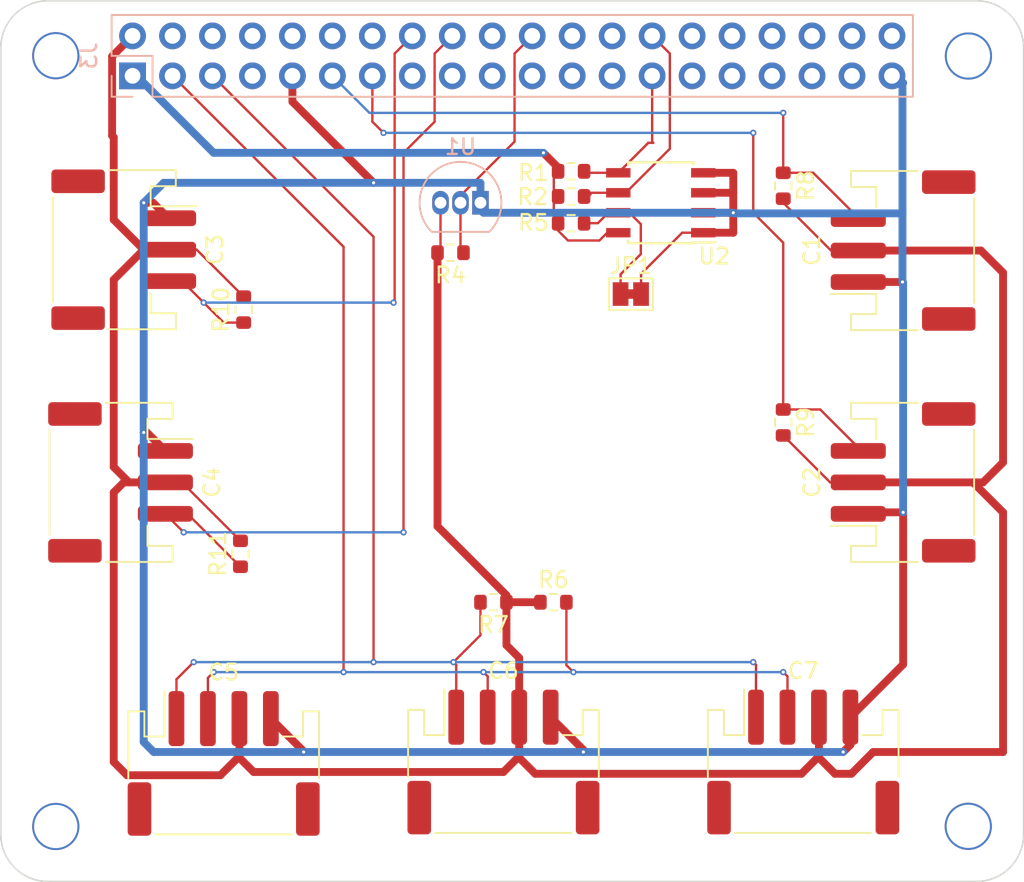
<source format=kicad_pcb>
(kicad_pcb (version 20211014) (generator pcbnew)
  (layers (0 "F.Cu" signal) (31 "B.Cu" signal) (34 "B.Paste" user) (35 "F.Paste" user) (36 "B.SilkS" user "B.Silkscreen") (37 "F.SilkS" user "F.Silkscreen") (38 "B.Mask" user) (39 "F.Mask" user) (44 "Edge.Cuts" user))
  (net 0 "")
  (net 1 "GND")
  (net 2 "+3V3")
  (net 3 "+5V")
  (net 20 "ID_SD_EEPROM")
  (net 21 "ID_SC_EEPROM")
  (net 22 "SCL")
  (net 23 "SDA")
  (net 24 "TEMP1_OWB")
  (net 25 "TEMP2_OWB")
  (net 26 "GC_TEMP_OWB")
  (net 27 "AMB_TEMP_OWB")
  (net 28 "HEAT1")
  (net 29 "COOL1")
  (net 30 "ONB_TEMP_OWB")
  (net 31 "HEAT2")
  (net 32 "COOL2")
  (net 33 "Net-(R5-Pad2)")
  (footprint "project_footprints:NPTH_3mm_ID" (layer "F.Cu") (at 82.04 64.31)
    (fp_text reference "H1" (at 0.06 0.09) (layer "F.SilkS"))
    (fp_text value "3mm_Mounting_Hole" hide)
    (pad "" np_thru_hole circle locked (at 0 0) (size 3 3) (drill 2.75) (layers *.Cu *.Mask) (clearance 1.6))
  )
  (footprint "project_footprints:NPTH_3mm_ID" (layer "F.Cu") (at 140.04 64.33)
    (fp_text reference "H3" (at 0.06 0.09) (layer "F.SilkS"))
    (fp_text value "3mm_Mounting_Hole" hide)
    (pad "" np_thru_hole circle locked (at 0 0) (size 3 3) (drill 2.75) (layers *.Cu *.Mask) (clearance 1.6))
  )
  (footprint "project_footprints:NPTH_3mm_ID" (layer "F.Cu") (at 82.04 113.32)
    (fp_text reference "H2" (at 0.06 0.09) (layer "F.SilkS"))
    (fp_text value "3mm_Mounting_Hole" hide)
    (pad "" np_thru_hole circle locked (at 0 0) (size 3 3) (drill 2.75) (layers *.Cu *.Mask) (clearance 1.6))
  )
  (footprint "project_footprints:NPTH_3mm_ID" (layer "F.Cu") (at 140.03 113.31)
    (fp_text reference "H4" (at 0.06 0.09) (layer "F.SilkS"))
    (fp_text value "3mm_Mounting_Hole" hide)
    (pad "" np_thru_hole circle locked (at 0 0) (size 3 3) (drill 2.75) (layers *.Cu *.Mask) (clearance 1.6))
  )
  (footprint "Resistor_SMD:R_0603_1608Metric" (layer "F.Cu") (at 114.79 74.96)
    (fp_text reference "R5" (at -2.395 -0.03) (layer "F.SilkS"))
    (fp_text value "10K")
    (fp_line (start -0.237258 0.5225) (end 0.237258 0.5225) (layer "F.SilkS") (width 0.12))
    (fp_line (start -0.237258 -0.5225) (end 0.237258 -0.5225) (layer "F.SilkS") (width 0.12))
    (pad "1" smd roundrect locked (at -0.825 0) (size 0.8 0.95) (layers "F.Cu" "F.Paste" "F.Mask") (net 2 "+3V3"))
    (pad "2" smd roundrect locked (at 0.825 0) (size 0.8 0.95) (layers "F.Cu" "F.Paste" "F.Mask") (net 33 "Net-(R5-Pad2)"))
  )
  (footprint "Resistor_SMD:R_0603_1608Metric" (layer "F.Cu") (at 114.79 73.26)
    (fp_text reference "R2" (at -2.440232 0.024955) (layer "F.SilkS"))
    (fp_text value "3.9K")
    (fp_line (start -0.237258 -0.5225) (end 0.237258 -0.5225) (layer "F.SilkS") (width 0.12))
    (fp_line (start -0.237258 0.5225) (end 0.237258 0.5225) (layer "F.SilkS") (width 0.12))
    (pad "1" smd roundrect locked (at -0.825 0) (size 0.8 0.95) (layers "F.Cu" "F.Paste" "F.Mask") (net 2 "+3V3"))
    (pad "2" smd roundrect locked (at 0.825 0) (size 0.8 0.95) (layers "F.Cu" "F.Paste" "F.Mask") (net 21 "ID_SC_EEPROM"))
  )
  (footprint "Package_SOIC:SOIC-8_3.9x4.9mm_P1.27mm" (layer "F.Cu") (at 120.49 73.66 180)
    (fp_text reference "U2" (at -3.4 -3.4 180) (layer "F.SilkS"))
    (fp_text value "CAT24C32")
    (fp_line (start 2.075 -2.575) (end 2.075 -2.43) (layer "F.SilkS") (width 0.15))
    (fp_line (start -2.075 2.575) (end 2.075 2.575) (layer "F.SilkS") (width 0.15))
    (fp_line (start -2.075 -2.525) (end -3.475 -2.525) (layer "F.SilkS") (width 0.15))
    (fp_line (start -2.075 -2.575) (end -2.075 -2.525) (layer "F.SilkS") (width 0.15))
    (fp_line (start -2.075 2.575) (end -2.075 2.43) (layer "F.SilkS") (width 0.15))
    (fp_line (start -2.075 -2.575) (end 2.075 -2.575) (layer "F.SilkS") (width 0.15))
    (fp_line (start 2.075 2.575) (end 2.075 2.43) (layer "F.SilkS") (width 0.15))
    (pad "1" smd rect locked (at -2.7 -1.905 180) (size 1.55 0.6) (layers "F.Cu" "F.Paste" "F.Mask") (net 1 "GND"))
    (pad "2" smd rect locked (at -2.7 -0.635 180) (size 1.55 0.6) (layers "F.Cu" "F.Paste" "F.Mask") (net 1 "GND"))
    (pad "3" smd rect locked (at -2.7 0.635 180) (size 1.55 0.6) (layers "F.Cu" "F.Paste" "F.Mask") (net 1 "GND"))
    (pad "4" smd rect locked (at -2.7 1.905 180) (size 1.55 0.6) (layers "F.Cu" "F.Paste" "F.Mask") (net 1 "GND"))
    (pad "5" smd rect locked (at 2.7 1.905 180) (size 1.55 0.6) (layers "F.Cu" "F.Paste" "F.Mask") (net 20 "ID_SD_EEPROM"))
    (pad "6" smd rect locked (at 2.7 0.635 180) (size 1.55 0.6) (layers "F.Cu" "F.Paste" "F.Mask") (net 21 "ID_SC_EEPROM"))
    (pad "7" smd rect locked (at 2.7 -0.635 180) (size 1.55 0.6) (layers "F.Cu" "F.Paste" "F.Mask") (net 33 "Net-(R5-Pad2)"))
    (pad "8" smd rect locked (at 2.7 -1.905 180) (size 1.55 0.6) (layers "F.Cu" "F.Paste" "F.Mask") (net 2 "+3V3"))
  )
  (footprint "Resistor_SMD:R_0603_1608Metric" (layer "F.Cu") (at 114.79 71.66)
    (fp_text reference "R1" (at -2.395 0.095) (layer "F.SilkS"))
    (fp_text value "3.9K")
    (fp_line (start -0.237258 -0.5225) (end 0.237258 -0.5225) (layer "F.SilkS") (width 0.12))
    (fp_line (start -0.237258 0.5225) (end 0.237258 0.5225) (layer "F.SilkS") (width 0.12))
    (pad "1" smd roundrect locked (at -0.825 0) (size 0.8 0.95) (layers "F.Cu" "F.Paste" "F.Mask") (net 2 "+3V3"))
    (pad "2" smd roundrect locked (at 0.825 0) (size 0.8 0.95) (layers "F.Cu" "F.Paste" "F.Mask") (net 20 "ID_SD_EEPROM"))
  )
  (footprint "Resistor_SMD:R_0603_1608Metric" (layer "F.Cu") (at 113.665 99.06)
    (fp_text reference "R6" (at 0 -1.43) (layer "F.SilkS"))
    (fp_text value "3.9K")
    (fp_line (start -0.237258 -0.5225) (end 0.237258 -0.5225) (layer "F.SilkS") (width 0.12))
    (fp_line (start -0.237258 0.5225) (end 0.237258 0.5225) (layer "F.SilkS") (width 0.12))
    (pad "1" smd roundrect locked (at -0.825 0) (size 0.8 0.95) (layers "F.Cu" "F.Paste" "F.Mask") (net 3 "+5V"))
    (pad "2" smd roundrect locked (at 0.825 0) (size 0.8 0.95) (layers "F.Cu" "F.Paste" "F.Mask") (net 23 "SDA"))
  )
  (footprint "Connector_JST:JST_PH_S3B-PH-SM4-TB_1x03-1MP_P2.00mm_Horizontal" (layer "F.Cu") (at 135.89 76.698643 90)
    (fp_text reference "C1" (at 0 -5.8 90) (layer "F.SilkS"))
    (fp_text value "TEMP1")
    (fp_line (start 4.04 -1.71) (end 2.76 -1.71) (layer "F.SilkS") (width 0.12))
    (fp_line (start -2.76 -1.71) (end -2.76 -4.6) (layer "F.SilkS") (width 0.12))
    (fp_line (start -4.04 -3.31) (end -4.04 -1.71) (layer "F.SilkS") (width 0.12))
    (fp_line (start -5.06 0.94) (end -5.06 -3.31) (layer "F.SilkS") (width 0.12))
    (fp_line (start -5.06 -3.31) (end -4.04 -3.31) (layer "F.SilkS") (width 0.12))
    (fp_line (start 5.06 0.94) (end 5.06 -3.31) (layer "F.SilkS") (width 0.12))
    (fp_line (start -4.04 -1.71) (end -2.76 -1.71) (layer "F.SilkS") (width 0.12))
    (fp_line (start 5.06 -3.31) (end 4.04 -3.31) (layer "F.SilkS") (width 0.12))
    (fp_line (start 4.04 -3.31) (end 4.04 -1.71) (layer "F.SilkS") (width 0.12))
    (fp_line (start -3.34 4.51) (end 3.34 4.51) (layer "F.SilkS") (width 0.12))
    (pad "1" smd roundrect locked (at -2 -2.85 90) (size 1 3.5) (layers "F.Cu" "F.Paste" "F.Mask") (net 1 "GND"))
    (pad "2" smd roundrect locked (at 0 -2.85 90) (size 1 3.5) (layers "F.Cu" "F.Paste" "F.Mask") (net 3 "+5V"))
    (pad "3" smd roundrect locked (at 2 -2.85 90) (size 1 3.5) (layers "F.Cu" "F.Paste" "F.Mask") (net 24 "TEMP1_OWB"))
    (pad "MP" smd roundrect locked (at 4.35 2.9 90) (size 1.5 3.4) (layers "F.Cu" "F.Paste" "F.Mask") (roundrect_rratio 0.166667))
    (pad "MP" smd roundrect locked (at -4.35 2.9 90) (size 1.5 3.4) (layers "F.Cu" "F.Paste" "F.Mask") (roundrect_rratio 0.166667))
  )
  (footprint "Resistor_SMD:R_0603_1608Metric" (layer "F.Cu") (at 107.125 76.835 180)
    (fp_text reference "R4" (at 0 -1.43) (layer "F.SilkS"))
    (fp_text value "4.7k")
    (fp_line (start -0.237258 -0.5225) (end 0.237258 -0.5225) (layer "F.SilkS") (width 0.12))
    (fp_line (start -0.237258 0.5225) (end 0.237258 0.5225) (layer "F.SilkS") (width 0.12))
    (pad "1" smd roundrect locked (at -0.825 0 180) (size 0.8 0.95) (layers "F.Cu" "F.Paste" "F.Mask") (net 30 "ONB_TEMP_OWB"))
    (pad "2" smd roundrect locked (at 0.825 0 180) (size 0.8 0.95) (layers "F.Cu" "F.Paste" "F.Mask") (net 3 "+5V"))
  )
  (footprint "Connector_JST:JST_PH_S3B-PH-SM4-TB_1x03-1MP_P2.00mm_Horizontal" (layer "F.Cu") (at 135.89 91.44 90)
    (fp_text reference "C2" (at 0 -5.8 90) (layer "F.SilkS"))
    (fp_text value "TEMP2")
    (fp_line (start 4.04 -1.71) (end 2.76 -1.71) (layer "F.SilkS") (width 0.12))
    (fp_line (start -3.34 4.51) (end 3.34 4.51) (layer "F.SilkS") (width 0.12))
    (fp_line (start 5.06 -3.31) (end 4.04 -3.31) (layer "F.SilkS") (width 0.12))
    (fp_line (start -4.04 -1.71) (end -2.76 -1.71) (layer "F.SilkS") (width 0.12))
    (fp_line (start 5.06 0.94) (end 5.06 -3.31) (layer "F.SilkS") (width 0.12))
    (fp_line (start 4.04 -3.31) (end 4.04 -1.71) (layer "F.SilkS") (width 0.12))
    (fp_line (start -5.06 0.94) (end -5.06 -3.31) (layer "F.SilkS") (width 0.12))
    (fp_line (start -2.76 -1.71) (end -2.76 -4.6) (layer "F.SilkS") (width 0.12))
    (fp_line (start -4.04 -3.31) (end -4.04 -1.71) (layer "F.SilkS") (width 0.12))
    (fp_line (start -5.06 -3.31) (end -4.04 -3.31) (layer "F.SilkS") (width 0.12))
    (pad "1" smd roundrect locked (at -2 -2.85 90) (size 1 3.5) (layers "F.Cu" "F.Paste" "F.Mask") (net 1 "GND"))
    (pad "2" smd roundrect locked (at 0 -2.85 90) (size 1 3.5) (layers "F.Cu" "F.Paste" "F.Mask") (net 3 "+5V"))
    (pad "3" smd roundrect locked (at 2 -2.85 90) (size 1 3.5) (layers "F.Cu" "F.Paste" "F.Mask") (net 25 "TEMP2_OWB"))
    (pad "MP" smd roundrect locked (at -4.35 2.9 90) (size 1.5 3.4) (layers "F.Cu" "F.Paste" "F.Mask") (roundrect_rratio 0.166667))
    (pad "MP" smd roundrect locked (at 4.35 2.9 90) (size 1.5 3.4) (layers "F.Cu" "F.Paste" "F.Mask") (roundrect_rratio 0.166667))
  )
  (footprint "Resistor_SMD:R_0603_1608Metric" (layer "F.Cu") (at 128.27 72.58 -90)
    (fp_text reference "R8" (at 0 -1.43 90) (layer "F.SilkS"))
    (fp_text value "4.7k")
    (fp_line (start -0.237258 -0.5225) (end 0.237258 -0.5225) (layer "F.SilkS") (width 0.12))
    (fp_line (start -0.237258 0.5225) (end 0.237258 0.5225) (layer "F.SilkS") (width 0.12))
    (pad "1" smd roundrect locked (at -0.825 0 270) (size 0.8 0.95) (layers "F.Cu" "F.Paste" "F.Mask") (net 24 "TEMP1_OWB"))
    (pad "2" smd roundrect locked (at 0.825 0 270) (size 0.8 0.95) (layers "F.Cu" "F.Paste" "F.Mask") (net 3 "+5V"))
  )
  (footprint "Connector_JST:JST_PH_S3B-PH-SM4-TB_1x03-1MP_P2.00mm_Horizontal" (layer "F.Cu") (at 86.1575 91.44 -90)
    (fp_text reference "C4" (at 0 -5.8 90) (layer "F.SilkS"))
    (fp_text value "AMBIENT")
    (fp_line (start 4.04 -3.31) (end 4.04 -1.71) (layer "F.SilkS") (width 0.12))
    (fp_line (start 5.06 0.94) (end 5.06 -3.31) (layer "F.SilkS") (width 0.12))
    (fp_line (start -2.76 -1.71) (end -2.76 -4.6) (layer "F.SilkS") (width 0.12))
    (fp_line (start -5.06 0.94) (end -5.06 -3.31) (layer "F.SilkS") (width 0.12))
    (fp_line (start -5.06 -3.31) (end -4.04 -3.31) (layer "F.SilkS") (width 0.12))
    (fp_line (start 5.06 -3.31) (end 4.04 -3.31) (layer "F.SilkS") (width 0.12))
    (fp_line (start -4.04 -1.71) (end -2.76 -1.71) (layer "F.SilkS") (width 0.12))
    (fp_line (start 4.04 -1.71) (end 2.76 -1.71) (layer "F.SilkS") (width 0.12))
    (fp_line (start -4.04 -3.31) (end -4.04 -1.71) (layer "F.SilkS") (width 0.12))
    (fp_line (start -3.34 4.51) (end 3.34 4.51) (layer "F.SilkS") (width 0.12))
    (pad "1" smd roundrect locked (at -2 -2.85 270) (size 1 3.5) (layers "F.Cu" "F.Paste" "F.Mask") (net 1 "GND"))
    (pad "2" smd roundrect locked (at 0 -2.85 270) (size 1 3.5) (layers "F.Cu" "F.Paste" "F.Mask") (net 3 "+5V"))
    (pad "3" smd roundrect locked (at 2 -2.85 270) (size 1 3.5) (layers "F.Cu" "F.Paste" "F.Mask") (net 27 "AMB_TEMP_OWB"))
    (pad "MP" smd roundrect locked (at 4.35 2.9 270) (size 1.5 3.4) (layers "F.Cu" "F.Paste" "F.Mask") (roundrect_rratio 0.166667))
    (pad "MP" smd roundrect locked (at -4.35 2.9 270) (size 1.5 3.4) (layers "F.Cu" "F.Paste" "F.Mask") (roundrect_rratio 0.166667))
  )
  (footprint "Connector_JST:JST_PH_S4B-PH-SM4-TB_1x04-1MP_P2.00mm_Horizontal" (layer "F.Cu") (at 129.54 109.22)
    (fp_text reference "C7" (at 0 -5.8) (layer "F.SilkS"))
    (fp_text value "I2C")
    (fp_line (start -6.06 0.94) (end -6.06 -3.31) (layer "F.SilkS") (width 0.12))
    (fp_line (start -6.06 -3.31) (end -5.04 -3.31) (layer "F.SilkS") (width 0.12))
    (fp_line (start 6.06 -3.31) (end 5.04 -3.31) (layer "F.SilkS") (width 0.12))
    (fp_line (start 5.04 -1.71) (end 3.76 -1.71) (layer "F.SilkS") (width 0.12))
    (fp_line (start -4.34 4.51) (end 4.34 4.51) (layer "F.SilkS") (width 0.12))
    (fp_line (start 5.04 -3.31) (end 5.04 -1.71) (layer "F.SilkS") (width 0.12))
    (fp_line (start -5.04 -1.71) (end -3.76 -1.71) (layer "F.SilkS") (width 0.12))
    (fp_line (start -5.04 -3.31) (end -5.04 -1.71) (layer "F.SilkS") (width 0.12))
    (fp_line (start 6.06 0.94) (end 6.06 -3.31) (layer "F.SilkS") (width 0.12))
    (fp_line (start -3.76 -1.71) (end -3.76 -4.6) (layer "F.SilkS") (width 0.12))
    (pad "1" smd roundrect locked (at -3 -2.85) (size 1 3.5) (layers "F.Cu" "F.Paste" "F.Mask") (net 22 "SCL"))
    (pad "2" smd roundrect locked (at -1 -2.85) (size 1 3.5) (layers "F.Cu" "F.Paste" "F.Mask") (net 23 "SDA"))
    (pad "3" smd roundrect locked (at 1 -2.85) (size 1 3.5) (layers "F.Cu" "F.Paste" "F.Mask") (net 3 "+5V"))
    (pad "4" smd roundrect locked (at 3 -2.85) (size 1 3.5) (layers "F.Cu" "F.Paste" "F.Mask") (net 1 "GND"))
    (pad "MP" smd roundrect locked (at 5.35 2.9) (size 1.5 3.4) (layers "F.Cu" "F.Paste" "F.Mask") (roundrect_rratio 0.166667))
    (pad "MP" smd roundrect locked (at -5.35 2.9) (size 1.5 3.4) (layers "F.Cu" "F.Paste" "F.Mask") (roundrect_rratio 0.166667))
  )
  (footprint "Connector_JST:JST_PH_S3B-PH-SM4-TB_1x03-1MP_P2.00mm_Horizontal" (layer "F.Cu") (at 86.36 76.645 -90)
    (fp_text reference "C3" (at 0 -5.8 90) (layer "F.SilkS"))
    (fp_text value "GLYCOL")
    (fp_line (start 5.06 -3.31) (end 4.04 -3.31) (layer "F.SilkS") (width 0.12))
    (fp_line (start -4.04 -1.71) (end -2.76 -1.71) (layer "F.SilkS") (width 0.12))
    (fp_line (start -2.76 -1.71) (end -2.76 -4.6) (layer "F.SilkS") (width 0.12))
    (fp_line (start 4.04 -3.31) (end 4.04 -1.71) (layer "F.SilkS") (width 0.12))
    (fp_line (start 5.06 0.94) (end 5.06 -3.31) (layer "F.SilkS") (width 0.12))
    (fp_line (start -4.04 -3.31) (end -4.04 -1.71) (layer "F.SilkS") (width 0.12))
    (fp_line (start 4.04 -1.71) (end 2.76 -1.71) (layer "F.SilkS") (width 0.12))
    (fp_line (start -5.06 0.94) (end -5.06 -3.31) (layer "F.SilkS") (width 0.12))
    (fp_line (start -5.06 -3.31) (end -4.04 -3.31) (layer "F.SilkS") (width 0.12))
    (fp_line (start -3.34 4.51) (end 3.34 4.51) (layer "F.SilkS") (width 0.12))
    (pad "1" smd roundrect locked (at -2 -2.85 270) (size 1 3.5) (layers "F.Cu" "F.Paste" "F.Mask") (net 1 "GND"))
    (pad "2" smd roundrect locked (at 0 -2.85 270) (size 1 3.5) (layers "F.Cu" "F.Paste" "F.Mask") (net 3 "+5V"))
    (pad "3" smd roundrect locked (at 2 -2.85 270) (size 1 3.5) (layers "F.Cu" "F.Paste" "F.Mask") (net 26 "GC_TEMP_OWB"))
    (pad "MP" smd roundrect locked (at -4.35 2.9 270) (size 1.5 3.4) (layers "F.Cu" "F.Paste" "F.Mask") (roundrect_rratio 0.166667))
    (pad "MP" smd roundrect locked (at 4.35 2.9 270) (size 1.5 3.4) (layers "F.Cu" "F.Paste" "F.Mask") (roundrect_rratio 0.166667))
  )
  (footprint "Resistor_SMD:R_0603_1608Metric" (layer "F.Cu") (at 93.7775 95.98 90)
    (fp_text reference "R11" (at 0 -1.43 90) (layer "F.SilkS"))
    (fp_text value "4.7k")
    (fp_line (start -0.237258 -0.5225) (end 0.237258 -0.5225) (layer "F.SilkS") (width 0.12))
    (fp_line (start -0.237258 0.5225) (end 0.237258 0.5225) (layer "F.SilkS") (width 0.12))
    (pad "1" smd roundrect locked (at -0.825 0 90) (size 0.8 0.95) (layers "F.Cu" "F.Paste" "F.Mask") (net 27 "AMB_TEMP_OWB"))
    (pad "2" smd roundrect locked (at 0.825 0 90) (size 0.8 0.95) (layers "F.Cu" "F.Paste" "F.Mask") (net 3 "+5V"))
  )
  (footprint "Resistor_SMD:R_0603_1608Metric" (layer "F.Cu") (at 128.27 87.63 -90)
    (fp_text reference "R9" (at 0 -1.43 90) (layer "F.SilkS"))
    (fp_text value "4.7k")
    (fp_line (start -0.237258 0.5225) (end 0.237258 0.5225) (layer "F.SilkS") (width 0.12))
    (fp_line (start -0.237258 -0.5225) (end 0.237258 -0.5225) (layer "F.SilkS") (width 0.12))
    (pad "1" smd roundrect locked (at -0.825 0 270) (size 0.8 0.95) (layers "F.Cu" "F.Paste" "F.Mask") (net 25 "TEMP2_OWB"))
    (pad "2" smd roundrect locked (at 0.825 0 270) (size 0.8 0.95) (layers "F.Cu" "F.Paste" "F.Mask") (net 3 "+5V"))
  )
  (footprint "Connector_JST:JST_PH_S4B-PH-SM4-TB_1x04-1MP_P2.00mm_Horizontal" (layer "F.Cu") (at 110.49 109.22)
    (fp_text reference "C6" (at 0 -5.8) (layer "F.SilkS"))
    (fp_text value "I2C")
    (fp_line (start -3.76 -1.71) (end -3.76 -4.6) (layer "F.SilkS") (width 0.12))
    (fp_line (start 6.06 0.94) (end 6.06 -3.31) (layer "F.SilkS") (width 0.12))
    (fp_line (start -6.06 -3.31) (end -5.04 -3.31) (layer "F.SilkS") (width 0.12))
    (fp_line (start -5.04 -3.31) (end -5.04 -1.71) (layer "F.SilkS") (width 0.12))
    (fp_line (start -4.34 4.51) (end 4.34 4.51) (layer "F.SilkS") (width 0.12))
    (fp_line (start 6.06 -3.31) (end 5.04 -3.31) (layer "F.SilkS") (width 0.12))
    (fp_line (start 5.04 -3.31) (end 5.04 -1.71) (layer "F.SilkS") (width 0.12))
    (fp_line (start -6.06 0.94) (end -6.06 -3.31) (layer "F.SilkS") (width 0.12))
    (fp_line (start -5.04 -1.71) (end -3.76 -1.71) (layer "F.SilkS") (width 0.12))
    (fp_line (start 5.04 -1.71) (end 3.76 -1.71) (layer "F.SilkS") (width 0.12))
    (pad "1" smd roundrect locked (at -3 -2.85) (size 1 3.5) (layers "F.Cu" "F.Paste" "F.Mask") (net 22 "SCL"))
    (pad "2" smd roundrect locked (at -1 -2.85) (size 1 3.5) (layers "F.Cu" "F.Paste" "F.Mask") (net 23 "SDA"))
    (pad "3" smd roundrect locked (at 1 -2.85) (size 1 3.5) (layers "F.Cu" "F.Paste" "F.Mask") (net 3 "+5V"))
    (pad "4" smd roundrect locked (at 3 -2.85) (size 1 3.5) (layers "F.Cu" "F.Paste" "F.Mask") (net 1 "GND"))
    (pad "MP" smd roundrect locked (at 5.35 2.9) (size 1.5 3.4) (layers "F.Cu" "F.Paste" "F.Mask") (roundrect_rratio 0.166667))
    (pad "MP" smd roundrect locked (at -5.35 2.9) (size 1.5 3.4) (layers "F.Cu" "F.Paste" "F.Mask") (roundrect_rratio 0.166667))
  )
  (footprint "Connector_JST:JST_PH_S4B-PH-SM4-TB_1x04-1MP_P2.00mm_Horizontal" (layer "F.Cu") (at 92.71 109.31)
    (fp_text reference "C5" (at 0 -5.8) (layer "F.SilkS"))
    (fp_text value "I2C")
    (fp_line (start 6.06 -3.31) (end 5.04 -3.31) (layer "F.SilkS") (width 0.12))
    (fp_line (start -5.04 -3.31) (end -5.04 -1.71) (layer "F.SilkS") (width 0.12))
    (fp_line (start 6.06 0.94) (end 6.06 -3.31) (layer "F.SilkS") (width 0.12))
    (fp_line (start -5.04 -1.71) (end -3.76 -1.71) (layer "F.SilkS") (width 0.12))
    (fp_line (start -4.34 4.51) (end 4.34 4.51) (layer "F.SilkS") (width 0.12))
    (fp_line (start -6.06 -3.31) (end -5.04 -3.31) (layer "F.SilkS") (width 0.12))
    (fp_line (start -3.76 -1.71) (end -3.76 -4.6) (layer "F.SilkS") (width 0.12))
    (fp_line (start 5.04 -3.31) (end 5.04 -1.71) (layer "F.SilkS") (width 0.12))
    (fp_line (start 5.04 -1.71) (end 3.76 -1.71) (layer "F.SilkS") (width 0.12))
    (fp_line (start -6.06 0.94) (end -6.06 -3.31) (layer "F.SilkS") (width 0.12))
    (pad "1" smd roundrect locked (at -3 -2.85) (size 1 3.5) (layers "F.Cu" "F.Paste" "F.Mask") (net 22 "SCL"))
    (pad "2" smd roundrect locked (at -1 -2.85) (size 1 3.5) (layers "F.Cu" "F.Paste" "F.Mask") (net 23 "SDA"))
    (pad "3" smd roundrect locked (at 1 -2.85) (size 1 3.5) (layers "F.Cu" "F.Paste" "F.Mask") (net 3 "+5V"))
    (pad "4" smd roundrect locked (at 3 -2.85) (size 1 3.5) (layers "F.Cu" "F.Paste" "F.Mask") (net 1 "GND"))
    (pad "MP" smd roundrect locked (at 5.35 2.9) (size 1.5 3.4) (layers "F.Cu" "F.Paste" "F.Mask") (roundrect_rratio 0.166667))
    (pad "MP" smd roundrect locked (at -5.35 2.9) (size 1.5 3.4) (layers "F.Cu" "F.Paste" "F.Mask") (roundrect_rratio 0.166667))
  )
  (footprint "Resistor_SMD:R_0603_1608Metric" (layer "F.Cu") (at 93.98 80.455 90)
    (fp_text reference "R10" (at 0 -1.43 90) (layer "F.SilkS"))
    (fp_text value "4.7k")
    (fp_line (start -0.237258 0.5225) (end 0.237258 0.5225) (layer "F.SilkS") (width 0.12))
    (fp_line (start -0.237258 -0.5225) (end 0.237258 -0.5225) (layer "F.SilkS") (width 0.12))
    (pad "1" smd roundrect locked (at -0.825 0 90) (size 0.8 0.95) (layers "F.Cu" "F.Paste" "F.Mask") (net 26 "GC_TEMP_OWB"))
    (pad "2" smd roundrect locked (at 0.825 0 90) (size 0.8 0.95) (layers "F.Cu" "F.Paste" "F.Mask") (net 3 "+5V"))
  )
  (footprint "Resistor_SMD:R_0603_1608Metric" (layer "F.Cu") (at 109.855 99.06 180)
    (fp_text reference "R7" (at 0 -1.43) (layer "F.SilkS"))
    (fp_text value "3.9K")
    (fp_line (start -0.237258 -0.5225) (end 0.237258 -0.5225) (layer "F.SilkS") (width 0.12))
    (fp_line (start -0.237258 0.5225) (end 0.237258 0.5225) (layer "F.SilkS") (width 0.12))
    (pad "1" smd roundrect locked (at -0.825 0 180) (size 0.8 0.95) (layers "F.Cu" "F.Paste" "F.Mask") (net 3 "+5V"))
    (pad "2" smd roundrect locked (at 0.825 0 180) (size 0.8 0.95) (layers "F.Cu" "F.Paste" "F.Mask") (net 22 "SCL"))
  )
  (footprint "Jumper:SolderJumper-2_P1.3mm_Bridged_Pad1.0x1.5mm" (layer "F.Cu") (at 118.585 79.465)
    (fp_text reference "JP1" (at 0 -1.8) (layer "F.SilkS"))
    (fp_text value "WP")
    (fp_poly (pts (xy -0.25 -0.3) (xy 0.25 -0.3) (xy 0.25 0.3) (xy -0.25 0.3)) (layer "F.Cu") (width 0) (fill solid))
    (fp_line (start 1.4 -1) (end 1.4 1) (layer "F.SilkS") (width 0.12))
    (fp_line (start -1.4 1) (end -1.4 -1) (layer "F.SilkS") (width 0.12))
    (fp_line (start -1.4 -1) (end 1.4 -1) (layer "F.SilkS") (width 0.12))
    (fp_line (start 1.4 1) (end -1.4 1) (layer "F.SilkS") (width 0.12))
    (pad "1" smd rect locked (at -0.65 0) (size 1 1.5) (layers "F.Cu" "F.Mask") (net 33 "Net-(R5-Pad2)"))
    (pad "2" smd rect locked (at 0.65 0) (size 1 1.5) (layers "F.Cu" "F.Mask") (net 1 "GND"))
  )
  (footprint "Connector_PinSocket_2.54mm:PinSocket_2x20_P2.54mm_Vertical" (layer "B.Cu") (at 86.92 65.59 -90)
    (fp_text reference "J3" (at -1.27 2.77 90) (layer "B.SilkS") (effects (justify mirror)))
    (fp_text value "40HAT")
    (fp_line (start 1.33 1.33) (end 1.33 0) (layer "B.SilkS") (width 0.12))
    (fp_line (start 1.33 -1.27) (end 1.33 -49.59) (layer "B.SilkS") (width 0.12))
    (fp_line (start -3.87 -49.59) (end 1.33 -49.59) (layer "B.SilkS") (width 0.12))
    (fp_line (start -1.27 1.33) (end -1.27 -1.27) (layer "B.SilkS") (width 0.12))
    (fp_line (start -3.87 1.33) (end -1.27 1.33) (layer "B.SilkS") (width 0.12))
    (fp_line (start -3.87 1.33) (end -3.87 -49.59) (layer "B.SilkS") (width 0.12))
    (fp_line (start 0 1.33) (end 1.33 1.33) (layer "B.SilkS") (width 0.12))
    (fp_line (start -1.27 -1.27) (end 1.33 -1.27) (layer "B.SilkS") (width 0.12))
    (pad "1" thru_hole rect locked (at 0 0 270) (size 1.7 1.7) (drill 1) (layers *.Cu *.Mask) (net 2 "+3V3"))
    (pad "2" thru_hole oval locked (at -2.54 0 270) (size 1.7 1.7) (drill 1) (layers *.Cu *.Mask) (net 3 "+5V"))
    (pad "3" thru_hole oval locked (at 0 -2.54 270) (size 1.7 1.7) (drill 1) (layers *.Cu *.Mask) (net 23 "SDA"))
    (pad "4" thru_hole oval locked (at -2.54 -2.54 270) (size 1.7 1.7) (drill 1) (layers *.Cu *.Mask) (net 3 "+5V"))
    (pad "5" thru_hole oval locked (at 0 -5.08 270) (size 1.7 1.7) (drill 1) (layers *.Cu *.Mask) (net 22 "SCL"))
    (pad "6" thru_hole oval locked (at -2.54 -5.08 270) (size 1.7 1.7) (drill 1) (layers *.Cu *.Mask) (net 1 "GND"))
    (pad "7" thru_hole oval locked (at 0 -7.62 270) (size 1.7 1.7) (drill 1) (layers *.Cu *.Mask) (net 28 "HEAT1"))
    (pad "8" thru_hole oval locked (at -2.54 -7.62 270) (size 1.7 1.7) (drill 1) (layers *.Cu *.Mask))
    (pad "9" thru_hole oval locked (at 0 -10.16 270) (size 1.7 1.7) (drill 1) (layers *.Cu *.Mask) (net 1 "GND"))
    (pad "10" thru_hole oval locked (at -2.54 -10.16 270) (size 1.7 1.7) (drill 1) (layers *.Cu *.Mask))
    (pad "11" thru_hole oval locked (at 0 -12.7 270) (size 1.7 1.7) (drill 1) (layers *.Cu *.Mask) (net 24 "TEMP1_OWB"))
    (pad "12" thru_hole oval locked (at -2.54 -12.7 270) (size 1.7 1.7) (drill 1) (layers *.Cu *.Mask))
    (pad "13" thru_hole oval locked (at 0 -15.24 270) (size 1.7 1.7) (drill 1) (layers *.Cu *.Mask) (net 25 "TEMP2_OWB"))
    (pad "14" thru_hole oval locked (at -2.54 -15.24 270) (size 1.7 1.7) (drill 1) (layers *.Cu *.Mask) (net 1 "GND"))
    (pad "15" thru_hole oval locked (at 0 -17.78 270) (size 1.7 1.7) (drill 1) (layers *.Cu *.Mask) (net 29 "COOL1"))
    (pad "16" thru_hole oval locked (at -2.54 -17.78 270) (size 1.7 1.7) (drill 1) (layers *.Cu *.Mask) (net 26 "GC_TEMP_OWB"))
    (pad "17" thru_hole oval locked (at 0 -20.32 270) (size 1.7 1.7) (drill 1) (layers *.Cu *.Mask))
    (pad "18" thru_hole oval locked (at -2.54 -20.32 270) (size 1.7 1.7) (drill 1) (layers *.Cu *.Mask) (net 27 "AMB_TEMP_OWB"))
    (pad "19" thru_hole oval locked (at 0 -22.86 270) (size 1.7 1.7) (drill 1) (layers *.Cu *.Mask))
    (pad "20" thru_hole oval locked (at -2.54 -22.86 270) (size 1.7 1.7) (drill 1) (layers *.Cu *.Mask) (net 1 "GND"))
    (pad "21" thru_hole oval locked (at 0 -25.4 270) (size 1.7 1.7) (drill 1) (layers *.Cu *.Mask))
    (pad "22" thru_hole oval locked (at -2.54 -25.4 270) (size 1.7 1.7) (drill 1) (layers *.Cu *.Mask) (net 30 "ONB_TEMP_OWB"))
    (pad "23" thru_hole oval locked (at 0 -27.94 270) (size 1.7 1.7) (drill 1) (layers *.Cu *.Mask))
    (pad "24" thru_hole oval locked (at -2.54 -27.94 270) (size 1.7 1.7) (drill 1) (layers *.Cu *.Mask))
    (pad "25" thru_hole oval locked (at 0 -30.48 270) (size 1.7 1.7) (drill 1) (layers *.Cu *.Mask) (net 1 "GND"))
    (pad "26" thru_hole oval locked (at -2.54 -30.48 270) (size 1.7 1.7) (drill 1) (layers *.Cu *.Mask))
    (pad "27" thru_hole oval locked (at 0 -33.02 270) (size 1.7 1.7) (drill 1) (layers *.Cu *.Mask) (net 20 "ID_SD_EEPROM"))
    (pad "28" thru_hole oval locked (at -2.54 -33.02 270) (size 1.7 1.7) (drill 1) (layers *.Cu *.Mask) (net 21 "ID_SC_EEPROM"))
    (pad "29" thru_hole oval locked (at 0 -35.56 270) (size 1.7 1.7) (drill 1) (layers *.Cu *.Mask))
    (pad "30" thru_hole oval locked (at -2.54 -35.56 270) (size 1.7 1.7) (drill 1) (layers *.Cu *.Mask) (net 1 "GND"))
    (pad "31" thru_hole oval locked (at 0 -38.1 270) (size 1.7 1.7) (drill 1) (layers *.Cu *.Mask) (net 31 "HEAT2"))
    (pad "32" thru_hole oval locked (at -2.54 -38.1 270) (size 1.7 1.7) (drill 1) (layers *.Cu *.Mask))
    (pad "33" thru_hole oval locked (at 0 -40.64 270) (size 1.7 1.7) (drill 1) (layers *.Cu *.Mask))
    (pad "34" thru_hole oval locked (at -2.54 -40.64 270) (size 1.7 1.7) (drill 1) (layers *.Cu *.Mask) (net 1 "GND"))
    (pad "35" thru_hole oval locked (at 0 -43.18 270) (size 1.7 1.7) (drill 1) (layers *.Cu *.Mask))
    (pad "36" thru_hole oval locked (at -2.54 -43.18 270) (size 1.7 1.7) (drill 1) (layers *.Cu *.Mask))
    (pad "37" thru_hole oval locked (at 0 -45.72 270) (size 1.7 1.7) (drill 1) (layers *.Cu *.Mask) (net 32 "COOL2"))
    (pad "38" thru_hole oval locked (at -2.54 -45.72 270) (size 1.7 1.7) (drill 1) (layers *.Cu *.Mask))
    (pad "39" thru_hole oval locked (at 0 -48.26 270) (size 1.7 1.7) (drill 1) (layers *.Cu *.Mask) (net 1 "GND"))
    (pad "40" thru_hole oval locked (at -2.54 -48.26 270) (size 1.7 1.7) (drill 1) (layers *.Cu *.Mask))
  )
  (footprint "Package_TO_SOT_THT:TO-92_Inline" (layer "B.Cu") (at 109.03 73.66 180)
    (fp_text reference "U1" (at 1.27 3.56) (layer "B.SilkS") (effects (justify mirror)))
    (fp_text value "DS18B20")
    (fp_line (start -0.53 -1.85) (end 3.07 -1.85) (layer "B.SilkS") (width 0.12))
    (fp_arc (start 3.108478 -1.838478) (mid 3.672087 0.994977) (end 1.27 2.6) (layer "B.SilkS") (width 0.12))
    (fp_arc (start 1.27 2.6) (mid -1.132087 0.994977) (end -0.568478 -1.838478) (layer "B.SilkS") (width 0.12))
    (pad "1" thru_hole rect locked (at 0 0 180) (size 1.05 1.5) (drill 0.75) (layers *.Cu *.Mask) (net 1 "GND"))
    (pad "2" thru_hole oval locked (at 1.27 0 180) (size 1.05 1.5) (drill 0.75) (layers *.Cu *.Mask) (net 30 "ONB_TEMP_OWB"))
    (pad "3" thru_hole oval locked (at 2.54 0 180) (size 1.05 1.5) (drill 0.75) (layers *.Cu *.Mask) (net 3 "+5V"))
  )
  (gr_line (start 143.546356 113.817611) (end 143.546356 63.817611) (layer "Edge.Cuts") (width 0.1))
  (gr_line (start 78.546356 63.817611) (end 78.546356 113.817611) (layer "Edge.Cuts") (width 0.1))
  (gr_arc (start 143.546351 113.822847) (mid 142.665824 115.940781) (end 140.546356 116.817611) (layer "Edge.Cuts") (width 0.1))
  (gr_line (start 140.546356 60.817611) (end 81.546356 60.817611) (layer "Edge.Cuts") (width 0.1))
  (gr_line (start 81.546356 116.817611) (end 140.546356 116.817611) (layer "Edge.Cuts") (width 0.1))
  (gr_arc (start 140.546356 60.817611) (mid 142.667676 61.696291) (end 143.546356 63.817611) (layer "Edge.Cuts") (width 0.1))
  (gr_arc (start 78.546356 63.817611) (mid 79.425036 61.696291) (end 81.546356 60.817611) (layer "Edge.Cuts") (width 0.1))
  (gr_arc (start 81.546356 116.817611) (mid 79.425036 115.938931) (end 78.546356 113.817611) (layer "Edge.Cuts") (width 0.1))
  (segment (start 133.135 93.345) (end 133.04 93.44) (width 0.5) (layer "F.Cu") (net 1))
  (segment (start 125.095 75.565) (end 123.19 75.565) (width 0.5) (layer "F.Cu") (net 1))
  (segment (start 125.095 71.755) (end 125.095 73.025) (width 0.5) (layer "F.Cu") (net 1))
  (segment (start 88.225 73.66) (end 89.21 74.645) (width 0.5) (layer "F.Cu") (net 1))
  (segment (start 135.89 93.345) (end 133.135 93.345) (width 0.5) (layer "F.Cu") (net 1))
  (segment (start 97.08 67.235) (end 102.235 72.39) (width 0.5) (layer "F.Cu") (net 1))
  (segment (start 132.54 108.125) (end 132.08 108.585) (width 0.5) (layer "F.Cu") (net 1))
  (segment (start 115.57 108.45) (end 113.49 106.37) (width 0.5) (layer "F.Cu") (net 1))
  (segment (start 125.095 73.025) (end 123.19 73.025) (width 0.5) (layer "F.Cu") (net 1))
  (segment (start 97.08 65.59) (end 97.08 67.235) (width 0.5) (layer "F.Cu") (net 1))
  (segment (start 123.19 71.755) (end 125.095 71.755) (width 0.5) (layer "F.Cu") (net 1))
  (segment (start 119.235 78.18) (end 119.235 79.465) (width 0.15) (layer "F.Cu") (net 1))
  (segment (start 121.85 75.565) (end 119.235 78.18) (width 0.15) (layer "F.Cu") (net 1))
  (segment (start 115.57 108.585) (end 115.57 108.45) (width 0.5) (layer "F.Cu") (net 1))
  (segment (start 133.04 78.698643) (end 135.848643 78.698643) (width 0.5) (layer "F.Cu") (net 1))
  (segment (start 87.63 88.265) (end 87.8325 88.265) (width 0.5) (layer "F.Cu") (net 1))
  (segment (start 97.79 108.585) (end 97.79 108.54) (width 0.5) (layer "F.Cu") (net 1))
  (segment (start 123.19 75.565) (end 121.85 75.565) (width 0.15) (layer "F.Cu") (net 1))
  (segment (start 125.095 74.295) (end 123.19 74.295) (width 0.5) (layer "F.Cu") (net 1))
  (segment (start 125.095 74.295) (end 125.095 75.565) (width 0.5) (layer "F.Cu") (net 1))
  (segment (start 125.095 74.295) (end 125.095 73.025) (width 0.5) (layer "F.Cu") (net 1))
  (segment (start 135.89 103.02) (end 132.54 106.37) (width 0.5) (layer "F.Cu") (net 1))
  (segment (start 87.8325 88.265) (end 89.0075 89.44) (width 0.5) (layer "F.Cu") (net 1))
  (segment (start 97.79 108.54) (end 95.71 106.46) (width 0.5) (layer "F.Cu") (net 1))
  (segment (start 135.89 93.345) (end 135.89 103.02) (width 0.5) (layer "F.Cu") (net 1))
  (segment (start 87.63 73.66) (end 88.225 73.66) (width 0.5) (layer "F.Cu") (net 1))
  (segment (start 132.54 106.37) (end 132.54 108.125) (width 0.5) (layer "F.Cu") (net 1))
  (via (at 115.57 108.585) (size 0.4) (drill 0.2) (layers "F.Cu" "B.Cu") (net 1))
  (via (at 135.848643 78.698643) (size 0.4) (drill 0.2) (layers "F.Cu" "B.Cu") (net 1))
  (via (at 102.235 72.39) (size 0.4) (drill 0.2) (layers "F.Cu" "B.Cu") (net 1))
  (via (at 87.63 73.66) (size 0.4) (drill 0.2) (layers "F.Cu" "B.Cu") (net 1))
  (via (at 135.89 93.345) (size 0.4) (drill 0.2) (layers "F.Cu" "B.Cu") (net 1))
  (via (at 87.63 88.265) (size 0.4) (drill 0.2) (layers "F.Cu" "B.Cu") (net 1))
  (via (at 132.08 108.585) (size 0.4) (drill 0.2) (layers "F.Cu" "B.Cu") (net 1))
  (via (at 97.79 108.585) (size 0.4) (drill 0.2) (layers "F.Cu" "B.Cu") (net 1))
  (via (at 125.095 74.295) (size 0.4) (drill 0.2) (layers "F.Cu" "B.Cu") (net 1))
  (segment (start 109.01 72.39) (end 109.03 72.41) (width 0.5) (layer "B.Cu") (net 1))
  (segment (start 135.848643 66.081357) (end 135.89 66.04) (width 0.5) (layer "B.Cu") (net 1))
  (segment (start 135.848643 78.698643) (end 135.848643 74.336357) (width 0.5) (layer "B.Cu") (net 1))
  (segment (start 88.9 72.39) (end 102.235 72.39) (width 0.5) (layer "B.Cu") (net 1))
  (segment (start 135.44 65.59) (end 135.18 65.59) (width 0.5) (layer "B.Cu") (net 1))
  (segment (start 135.848643 74.336357) (end 135.848643 66.081357) (width 0.5) (layer "B.Cu") (net 1))
  (segment (start 125.136357 74.336357) (end 125.095 74.295) (width 0.5) (layer "B.Cu") (net 1))
  (segment (start 102.235 72.39) (end 109.01 72.39) (width 0.5) (layer "B.Cu") (net 1))
  (segment (start 109.03 72.41) (end 109.03 73.66) (width 0.5) (layer "B.Cu") (net 1))
  (segment (start 135.848643 78.698643) (end 135.89 78.74) (width 0.5) (layer "B.Cu") (net 1))
  (segment (start 88.265 108.585) (end 87.63 107.95) (width 0.5) (layer "B.Cu") (net 1))
  (segment (start 87.63 107.95) (end 87.63 88.265) (width 0.5) (layer "B.Cu") (net 1))
  (segment (start 132.08 108.585) (end 115.57 108.585) (width 0.5) (layer "B.Cu") (net 1))
  (segment (start 135.89 78.74) (end 135.89 93.345) (width 0.5) (layer "B.Cu") (net 1))
  (segment (start 135.89 66.04) (end 135.44 65.59) (width 0.5) (layer "B.Cu") (net 1))
  (segment (start 125.095 74.295) (end 109.22 74.295) (width 0.5) (layer "B.Cu") (net 1))
  (segment (start 109.22 74.295) (end 109.03 74.105) (width 0.5) (layer "B.Cu") (net 1))
  (segment (start 87.63 88.265) (end 87.63 73.66) (width 0.5) (layer "B.Cu") (net 1))
  (segment (start 109.03 74.105) (end 109.03 73.66) (width 0.5) (layer "B.Cu") (net 1))
  (segment (start 135.848643 74.336357) (end 125.136357 74.336357) (width 0.5) (layer "B.Cu") (net 1))
  (segment (start 115.57 108.585) (end 97.79 108.585) (width 0.5) (layer "B.Cu") (net 1))
  (segment (start 87.63 73.66) (end 88.9 72.39) (width 0.5) (layer "B.Cu") (net 1))
  (segment (start 97.79 108.585) (end 88.265 108.585) (width 0.5) (layer "B.Cu") (net 1))
  (segment (start 113.69 73.26) (end 113.69 74.96) (width 0.15) (layer "F.Cu") (net 2))
  (segment (start 117.085 75.565) (end 116.59 76.06) (width 0.15) (layer "F.Cu") (net 2))
  (segment (start 116.59 76.06) (end 114.59 76.06) (width 0.15) (layer "F.Cu") (net 2))
  (segment (start 114.59 76.06) (end 113.69 75.16) (width 0.15) (layer "F.Cu") (net 2))
  (segment (start 113.69 75.16) (end 113.69 74.96) (width 0.15) (layer "F.Cu") (net 2))
  (segment (start 113.69 71.66) (end 113.69 73.26) (width 0.15) (layer "F.Cu") (net 2))
  (segment (start 113.965 71.42) (end 113.965 71.66) (width 0.5) (layer "F.Cu") (net 2))
  (segment (start 113.03 70.485) (end 113.965 71.42) (width 0.5) (layer "F.Cu") (net 2))
  (segment (start 117.79 75.565) (end 117.085 75.565) (width 0.15) (layer "F.Cu") (net 2))
  (via (at 113.03 70.485) (size 0.4) (drill 0.2) (layers "F.Cu" "B.Cu") (net 2))
  (segment (start 92.075 70.485) (end 113.03 70.485) (width 0.5) (layer "B.Cu") (net 2))
  (segment (start 86.92 65.59) (end 87.18 65.59) (width 0.5) (layer "B.Cu") (net 2))
  (segment (start 87.18 65.59) (end 92.075 70.485) (width 0.5) (layer "B.Cu") (net 2))
  (segment (start 86.6975 91.44) (end 86.36 91.44) (width 0.5) (layer "F.Cu") (net 3))
  (segment (start 130.54 108.855) (end 130.54 108.95) (width 0.5) (layer "F.Cu") (net 3))
  (segment (start 85.725 69.500958) (end 85.725 74.74) (width 0.5) (layer "F.Cu") (net 3))
  (segment (start 86.36 91.44) (end 85.725 92.075) (width 0.5) (layer "F.Cu") (net 3))
  (segment (start 129.42452 109.97048) (end 130.54 108.855) (width 0.5) (layer "F.Cu") (net 3))
  (segment (start 110.68 99.06) (end 112.84 99.06) (width 0.5) (layer "F.Cu") (net 3))
  (segment (start 110.68 99.06) (end 110.68 98.615) (width 0.5) (layer "F.Cu") (net 3))
  (segment (start 87.63 76.645) (end 85.725 78.55) (width 0.5) (layer "F.Cu") (net 3))
  (segment (start 142.24 108.585) (end 142.24 93.345) (width 0.5) (layer "F.Cu") (net 3))
  (segment (start 140.97 91.44) (end 142.24 90.17) (width 0.5) (layer "F.Cu") (net 3))
  (segment (start 87.63 76.645) (end 89.21 76.645) (width 0.5) (layer "F.Cu") (net 3))
  (segment (start 131.56048 109.97048) (end 132.59952 109.97048) (width 0.5) (layer "F.Cu") (net 3))
  (segment (start 132.59952 109.97048) (end 133.985 108.585) (width 0.5) (layer "F.Cu") (net 3))
  (segment (start 106.49 76.645) (end 106.49 73.66) (width 0.15) (layer "F.Cu") (net 3))
  (segment (start 132.903643 76.835) (end 133.04 76.698643) (width 0.15) (layer "F.Cu") (net 3))
  (segment (start 111.49 108.855) (end 111.49 108.95) (width 0.5) (layer "F.Cu") (net 3))
  (segment (start 85.725 92.075) (end 85.725 109.21523) (width 0.5) (layer "F.Cu") (net 3))
  (segment (start 85.725 90.4675) (end 86.6975 91.44) (width 0.5) (layer "F.Cu") (net 3))
  (segment (start 131.255 91.44) (end 133.04 91.44) (width 0.15) (layer "F.Cu") (net 3))
  (segment (start 142.24 90.17) (end 142.24 78.105) (width 0.5) (layer "F.Cu") (net 3))
  (segment (start 85.725 69.500958) (end 85.620489 69.396447) (width 0.5) (layer "F.Cu") (net 3))
  (segment (start 93.71 106.46) (end 93.71 108.855) (width 0.5) (layer "F.Cu") (net 3))
  (segment (start 112.51048 109.97048) (end 129.42452 109.97048) (width 0.5) (layer "F.Cu") (net 3))
  (segment (start 85.725 74.74) (end 87.63 76.645) (width 0.5) (layer "F.Cu") (net 3))
  (segment (start 133.985 108.585) (end 142.24 108.585) (width 0.5) (layer "F.Cu") (net 3))
  (segment (start 94.615 109.855) (end 93.71 108.95) (width 0.5) (layer "F.Cu") (net 3))
  (segment (start 93.7775 95.155) (end 90.0625 91.44) (width 0.15) (layer "F.Cu") (net 3))
  (segment (start 128.27 73.66) (end 131.445 76.835) (width 0.15) (layer "F.Cu") (net 3))
  (segment (start 111.49 102.6) (end 111.49 106.37) (width 0.5) (layer "F.Cu") (net 3))
  (segment (start 85.620489 64.349511) (end 86.92 63.05) (width 0.5) (layer "F.Cu") (net 3))
  (segment (start 111.49 108.855) (end 110.49 109.855) (width 0.5) (layer "F.Cu") (net 3))
  (segment (start 130.54 108.95) (end 131.56048 109.97048) (width 0.5) (layer "F.Cu") (net 3))
  (segment (start 90.0625 91.44) (end 89.0075 91.44) (width 0.15) (layer "F.Cu") (net 3))
  (segment (start 110.68 98.615) (end 106.3 94.235) (width 0.5) (layer "F.Cu") (net 3))
  (segment (start 111.49 106.37) (end 111.49 108.855) (width 0.5) (layer "F.Cu") (net 3))
  (segment (start 93.71 108.95) (end 93.71 108.855) (width 0.5) (layer "F.Cu") (net 3))
  (segment (start 92.50452 110.06048) (end 93.71 108.855) (width 0.5) (layer "F.Cu") (net 3))
  (segment (start 131.445 76.835) (end 132.903643 76.835) (width 0.15) (layer "F.Cu") (net 3))
  (segment (start 90.995 76.645) (end 93.98 79.63) (width 0.15) (layer "F.Cu") (net 3))
  (segment (start 128.27 88.455) (end 131.255 91.44) (width 0.15) (layer "F.Cu") (net 3))
  (segment (start 140.335 91.44) (end 133.04 91.44) (width 0.5) (layer "F.Cu") (net 3))
  (segment (start 89.21 76.645) (end 90.995 76.645) (width 0.15) (layer "F.Cu") (net 3))
  (segment (start 111.49 108.95) (end 112.51048 109.97048) (width 0.5) (layer "F.Cu") (net 3))
  (segment (start 110.68 99.06) (end 110.68 101.79) (width 0.5) (layer "F.Cu") (net 3))
  (segment (start 86.6975 91.44) (end 89.0075 91.44) (width 0.5) (layer "F.Cu") (net 3))
  (segment (start 128.27 73.405) (end 128.27 73.66) (width 0.15) (layer "F.Cu") (net 3))
  (segment (start 106.3 76.835) (end 106.49 76.645) (width 0.15) (layer "F.Cu") (net 3))
  (segment (start 130.54 108.855) (end 130.54 106.37) (width 0.5) (layer "F.Cu") (net 3))
  (segment (start 106.3 94.235) (end 106.3 76.835) (width 0.5) (layer "F.Cu") (net 3))
  (segment (start 85.725 109.21523) (end 86.57025 110.06048) (width 0.5) (layer "F.Cu") (net 3))
  (segment (start 140.833643 76.698643) (end 133.04 76.698643) (width 0.5) (layer "F.Cu") (net 3))
  (segment (start 142.24 93.345) (end 140.335 91.44) (width 0.5) (layer "F.Cu") (net 3))
  (segment (start 85.725 78.55) (end 85.725 90.4675) (width 0.5) (layer "F.Cu") (net 3))
  (segment (start 110.49 109.855) (end 94.615 109.855) (width 0.5) (layer "F.Cu") (net 3))
  (segment (start 140.335 91.44) (end 140.97 91.44) (width 0.5) (layer "F.Cu") (net 3))
  (segment (start 110.68 101.79) (end 111.49 102.6) (width 0.5) (layer "F.Cu") (net 3))
  (segment (start 86.57025 110.06048) (end 92.50452 110.06048) (width 0.5) (layer "F.Cu") (net 3))
  (segment (start 85.620489 69.396447) (end 85.620489 64.349511) (width 0.5) (layer "F.Cu") (net 3))
  (segment (start 142.24 78.105) (end 140.833643 76.698643) (width 0.5) (layer "F.Cu") (net 3))
  (segment (start 119.695 69.85) (end 120.015 69.85) (width 0.15) (layer "F.Cu") (net 20))
  (segment (start 117.79 71.755) (end 115.8475 71.755) (width 0.15) (layer "F.Cu") (net 20))
  (segment (start 117.79 71.755) (end 119.695 69.85) (width 0.15) (layer "F.Cu") (net 20))
  (segment (start 115.8475 71.755) (end 115.7525 71.66) (width 0.15) (layer "F.Cu") (net 20))
  (segment (start 119.94 69.775) (end 119.94 65.59) (width 0.15) (layer "F.Cu") (net 20))
  (segment (start 120.015 69.85) (end 119.94 69.775) (width 0.15) (layer "F.Cu") (net 20))
  (segment (start 116.025 73.125) (end 115.89 73.26) (width 0.15) (layer "F.Cu") (net 21))
  (segment (start 118.265 73.025) (end 117.79 73.025) (width 0.15) (layer "F.Cu") (net 21))
  (segment (start 117.79 73.025) (end 115.9875 73.025) (width 0.15) (layer "F.Cu") (net 21))
  (segment (start 121.064511 64.174511) (end 121.064511 70.225489) (width 0.15) (layer "F.Cu") (net 21))
  (segment (start 121.064511 70.225489) (end 118.265 73.025) (width 0.15) (layer "F.Cu") (net 21))
  (segment (start 119.94 63.05) (end 121.064511 64.174511) (width 0.15) (layer "F.Cu") (net 21))
  (segment (start 115.9875 73.025) (end 115.7525 73.26) (width 0.15) (layer "F.Cu") (net 21))
  (segment (start 90.805 102.87) (end 89.71 103.965) (width 0.15) (layer "F.Cu") (net 22))
  (segment (start 102.235 75.825) (end 102.235 102.87) (width 0.15) (layer "F.Cu") (net 22))
  (segment (start 126.54 103.045) (end 126.54 106.37) (width 0.15) (layer "F.Cu") (net 22))
  (segment (start 107.49 103.045) (end 107.315 102.87) (width 0.15) (layer "F.Cu") (net 22))
  (segment (start 109.03 101.155) (end 107.315 102.87) (width 0.15) (layer "F.Cu") (net 22))
  (segment (start 92 65.59) (end 102.235 75.825) (width 0.15) (layer "F.Cu") (net 22))
  (segment (start 126.54 103.045) (end 126.365 102.87) (width 0.15) (layer "F.Cu") (net 22))
  (segment (start 107.49 106.37) (end 107.49 103.045) (width 0.15) (layer "F.Cu") (net 22))
  (segment (start 109.03 99.06) (end 109.03 101.155) (width 0.15) (layer "F.Cu") (net 22))
  (segment (start 89.71 103.965) (end 89.71 106.46) (width 0.15) (layer "F.Cu") (net 22))
  (via (at 126.365 102.87) (size 0.4) (drill 0.2) (layers "F.Cu" "B.Cu") (net 22))
  (via (at 102.235 102.87) (size 0.4) (drill 0.2) (layers "F.Cu" "B.Cu") (net 22))
  (via (at 90.805 102.87) (size 0.4) (drill 0.2) (layers "F.Cu" "B.Cu") (net 22))
  (via (at 107.315 102.87) (size 0.4) (drill 0.2) (layers "F.Cu" "B.Cu") (net 22))
  (segment (start 107.315 102.87) (end 126.365 102.87) (width 0.15) (layer "B.Cu") (net 22))
  (segment (start 90.805 102.87) (end 107.315 102.87) (width 0.15) (layer "B.Cu") (net 22))
  (segment (start 92.075 103.505) (end 91.71 103.87) (width 0.15) (layer "F.Cu") (net 23))
  (segment (start 109.49 103.775) (end 109.22 103.505) (width 0.15) (layer "F.Cu") (net 23))
  (segment (start 128.54 103.775) (end 128.27 103.505) (width 0.15) (layer "F.Cu") (net 23))
  (segment (start 91.71 103.87) (end 91.71 106.46) (width 0.15) (layer "F.Cu") (net 23))
  (segment (start 100.33 76.46) (end 100.33 103.505) (width 0.15) (layer "F.Cu") (net 23))
  (segment (start 114.49 99.06) (end 114.49 103.06) (width 0.15) (layer "F.Cu") (net 23))
  (segment (start 109.49 106.37) (end 109.49 103.775) (width 0.15) (layer "F.Cu") (net 23))
  (segment (start 89.46 65.59) (end 100.33 76.46) (width 0.15) (layer "F.Cu") (net 23))
  (segment (start 128.54 106.37) (end 128.54 103.775) (width 0.15) (layer "F.Cu") (net 23))
  (segment (start 114.49 103.06) (end 114.935 103.505) (width 0.15) (layer "F.Cu") (net 23))
  (via (at 92.075 103.505) (size 0.4) (drill 0.2) (layers "F.Cu" "B.Cu") (net 23))
  (via (at 114.935 103.505) (size 0.4) (drill 0.2) (layers "F.Cu" "B.Cu") (net 23))
  (via (at 128.27 103.505) (size 0.4) (drill 0.2) (layers "F.Cu" "B.Cu") (net 23))
  (via (at 109.22 103.505) (size 0.4) (drill 0.2) (layers "F.Cu" "B.Cu") (net 23))
  (via (at 100.33 103.505) (size 0.4) (drill 0.2) (layers "F.Cu" "B.Cu") (net 23))
  (segment (start 100.33 103.505) (end 128.27 103.505) (width 0.15) (layer "B.Cu") (net 23))
  (segment (start 100.33 103.505) (end 92.075 103.505) (width 0.15) (layer "B.Cu") (net 23))
  (segment (start 133.04 74.62) (end 130.175 71.755) (width 0.15) (layer "F.Cu") (net 24))
  (segment (start 128.27 71.755) (end 128.27 67.945) (width 0.15) (layer "F.Cu") (net 24))
  (segment (start 130.175 71.755) (end 128.27 71.755) (width 0.15) (layer "F.Cu") (net 24))
  (segment (start 133.04 74.698643) (end 133.04 74.62) (width 0.15) (layer "F.Cu") (net 24))
  (via (at 128.27 67.945) (size 0.4) (drill 0.2) (layers "F.Cu" "B.Cu") (net 24))
  (segment (start 101.975 67.945) (end 99.62 65.59) (width 0.15) (layer "B.Cu") (net 24))
  (segment (start 128.27 67.945) (end 101.975 67.945) (width 0.15) (layer "B.Cu") (net 24))
  (segment (start 102.16 68.505) (end 102.16 65.59) (width 0.15) (layer "F.Cu") (net 25))
  (segment (start 128.27 76.2) (end 126.365 74.295) (width 0.15) (layer "F.Cu") (net 25))
  (segment (start 128.27 86.805) (end 128.27 76.2) (width 0.15) (layer "F.Cu") (net 25))
  (segment (start 133.04 89.44) (end 133.04 89.225) (width 0.15) (layer "F.Cu") (net 25))
  (segment (start 102.87 69.215) (end 102.16 68.505) (width 0.15) (layer "F.Cu") (net 25))
  (segment (start 130.62 86.805) (end 128.27 86.805) (width 0.15) (layer "F.Cu") (net 25))
  (segment (start 133.04 89.225) (end 130.62 86.805) (width 0.15) (layer "F.Cu") (net 25))
  (segment (start 126.365 74.295) (end 126.365 69.215) (width 0.15) (layer "F.Cu") (net 25))
  (via (at 126.365 69.215) (size 0.4) (drill 0.2) (layers "F.Cu" "B.Cu") (net 25))
  (via (at 102.87 69.215) (size 0.4) (drill 0.2) (layers "F.Cu" "B.Cu") (net 25))
  (segment (start 126.365 69.215) (end 102.87 69.215) (width 0.15) (layer "B.Cu") (net 25))
  (segment (start 103.575489 64.174511) (end 104.7 63.05) (width 0.15) (layer "F.Cu") (net 26))
  (segment (start 90.075 78.645) (end 89.21 78.645) (width 0.15) (layer "F.Cu") (net 26))
  (segment (start 91.44 80.01) (end 92.71 81.28) (width 0.15) (layer "F.Cu") (net 26))
  (segment (start 91.44 80.01) (end 90.075 78.645) (width 0.15) (layer "F.Cu") (net 26))
  (segment (start 103.575489 79.939511) (end 103.575489 64.174511) (width 0.15) (layer "F.Cu") (net 26))
  (segment (start 92.71 81.28) (end 93.98 81.28) (width 0.15) (layer "F.Cu") (net 26))
  (segment (start 103.575489 79.939511) (end 103.505 80.01) (width 0.15) (layer "F.Cu") (net 26))
  (via (at 91.44 80.01) (size 0.4) (drill 0.2) (layers "F.Cu" "B.Cu") (net 26))
  (via (at 103.505 80.01) (size 0.4) (drill 0.2) (layers "F.Cu" "B.Cu") (net 26))
  (segment (start 103.505 80.01) (end 91.44 80.01) (width 0.15) (layer "B.Cu") (net 26))
  (segment (start 89.0075 93.4525) (end 90.17 94.615) (width 0.15) (layer "F.Cu") (net 27))
  (segment (start 106.115489 64.174511) (end 107.24 63.05) (width 0.15) (layer "F.Cu") (net 27))
  (segment (start 106.115489 68.509511) (end 106.115489 64.174511) (width 0.15) (layer "F.Cu") (net 27))
  (segment (start 104.14 94.615) (end 104.14 70.485) (width 0.15) (layer "F.Cu") (net 27))
  (segment (start 89.0075 93.44) (end 89.0075 93.4525) (width 0.15) (layer "F.Cu") (net 27))
  (segment (start 90.4125 93.44) (end 93.7775 96.805) (width 0.15) (layer "F.Cu") (net 27))
  (segment (start 89.0075 93.44) (end 90.4125 93.44) (width 0.15) (layer "F.Cu") (net 27))
  (segment (start 104.14 70.485) (end 106.115489 68.509511) (width 0.15) (layer "F.Cu") (net 27))
  (via (at 90.17 94.615) (size 0.4) (drill 0.2) (layers "F.Cu" "B.Cu") (net 27))
  (via (at 104.14 94.615) (size 0.4) (drill 0.2) (layers "F.Cu" "B.Cu") (net 27))
  (segment (start 90.17 94.615) (end 104.14 94.615) (width 0.15) (layer "B.Cu") (net 27))
  (segment (start 111.195489 69.774511) (end 111.195489 64.174511) (width 0.15) (layer "F.Cu") (net 30))
  (segment (start 107.76 73.21) (end 111.195489 69.774511) (width 0.15) (layer "F.Cu") (net 30))
  (segment (start 111.195489 64.174511) (end 112.32 63.05) (width 0.15) (layer "F.Cu") (net 30))
  (segment (start 107.76 73.66) (end 107.76 73.21) (width 0.15) (layer "F.Cu") (net 30))
  (segment (start 107.76 76.645) (end 107.76 73.66) (width 0.15) (layer "F.Cu") (net 30))
  (segment (start 107.95 76.835) (end 107.76 76.645) (width 0.15) (layer "F.Cu") (net 30))
  (segment (start 117.155 74.295) (end 116.49 74.96) (width 0.15) (layer "F.Cu") (net 33))
  (segment (start 117.79 74.295) (end 118.495 74.295) (width 0.15) (layer "F.Cu") (net 33))
  (segment (start 119.22 76.925) (end 117.935 78.21) (width 0.15) (layer "F.Cu") (net 33))
  (segment (start 115.89 74.96) (end 116.49 74.96) (width 0.15) (layer "F.Cu") (net 33))
  (segment (start 118.495 74.295) (end 119.22 75.02) (width 0.15) (layer "F.Cu") (net 33))
  (segment (start 119.22 75.02) (end 119.22 76.925) (width 0.15) (layer "F.Cu") (net 33))
  (segment (start 117.935 78.21) (end 117.935 79.465) (width 0.15) (layer "F.Cu") (net 33))
  (segment (start 117.79 74.295) (end 117.155 74.295) (width 0.15) (layer "F.Cu") (net 33))
)
</source>
